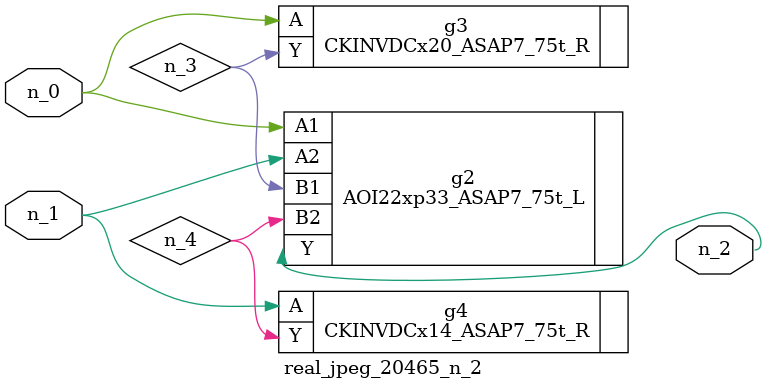
<source format=v>
module real_jpeg_20465_n_2 (n_1, n_0, n_2);

input n_1;
input n_0;

output n_2;

wire n_4;
wire n_3;

AOI22xp33_ASAP7_75t_L g2 ( 
.A1(n_0),
.A2(n_1),
.B1(n_3),
.B2(n_4),
.Y(n_2)
);

CKINVDCx20_ASAP7_75t_R g3 ( 
.A(n_0),
.Y(n_3)
);

CKINVDCx14_ASAP7_75t_R g4 ( 
.A(n_1),
.Y(n_4)
);


endmodule
</source>
